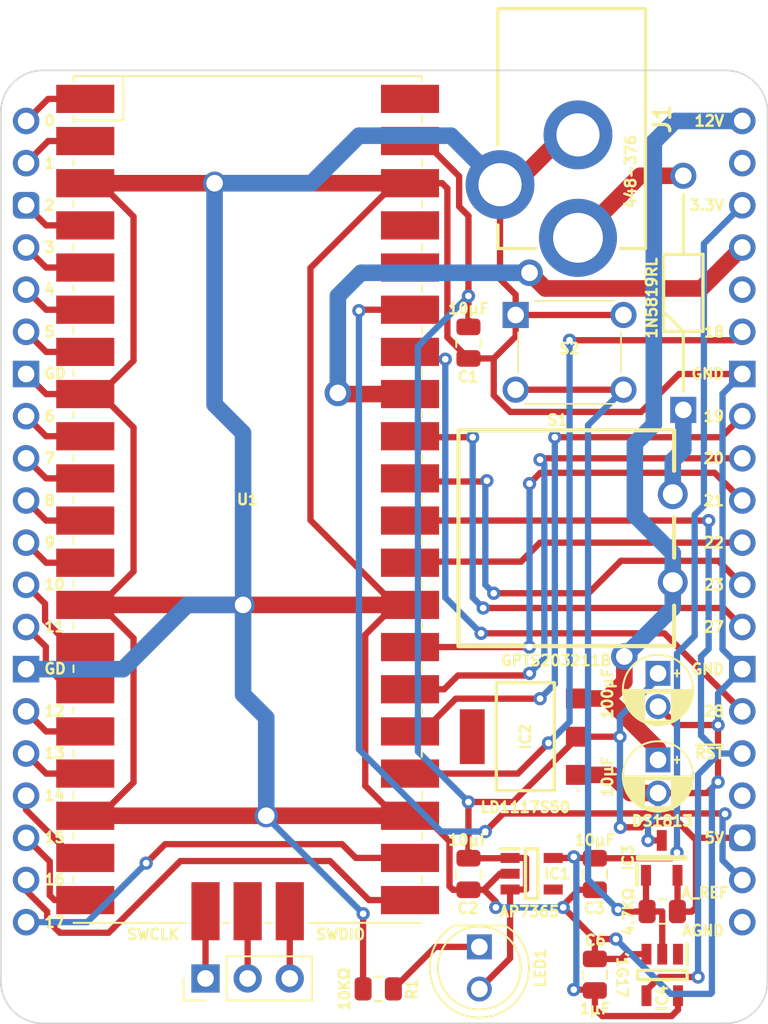
<source format=kicad_pcb>
(kicad_pcb (version 20240108) (generator "pcbnew") (generator_version "8.0")
  (title_block (title "GPIO 16bit") (date "2024-01-28") (rev "V0"))
  (layers (0 "F.Cu" signal) (31 "B.Cu" signal) (36 "B.SilkS" user "B.Silkscreen") (37 "F.SilkS" user "F.Silkscreen") (38 "B.Mask" user) (39 "F.Mask" user) (44 "Edge.Cuts" user))
  (net 0 "")
  (net 1 "/5V")
  (net 2 "/GND")
  (net 3 "/3.3V")
  (net 4 "/12V")
  (net 5 "/12V Forward")
  (net 6 "/GPIO0")
  (net 7 "/GPIO1")
  (net 8 "/GPIO2")
  (net 9 "/GPIO3")
  (net 12 "/~{Reset}")
  (net 14 "/GPIO6")
  (net 15 "/GPIO5")
  (net 16 "/GPIO4")
  (net 17 "/GPIO7")
  (net 18 "/Run")
  (net 19 "Net-(J4-Pin_1)")
  (net 20 "Net-(J4-Pin_2)")
  (net 21 "Net-(J4-Pin_3)")
  (net 22 "Net-(LED1-K)")
  (net 23 "/GPIO15")
  (net 24 "/GPIO14")
  (net 25 "/GPIO13")
  (net 26 "/GPIO12")
  (net 27 "/GPIO11")
  (net 28 "/GPIO10")
  (net 29 "/GPIO9")
  (net 30 "/GPIO8")
  (net 34 "/12V Source")
  (net 35 "/GPIO22")
  (net 36 "/GPIO16")
  (net 37 "/GPIO17")
  (net 38 "/GPIO18")
  (net 39 "/GPIO19")
  (net 40 "/GPIO20")
  (net 41 "/GPIO21")
  (net 42 "/GPIO26")
  (net 43 "/GPIO27")
  (net 44 "/A_GND")
  (net 45 "/GPIO28")
  (net 46 "/ADC_VREF")
  (footprint "SamacSys_Parts:C_0805" (layer "F.Cu") (at 26.670001 13.338 180)
    (property "Reference" "C1")
    (property "Value" "10μF")
  )
  (footprint "SamacSys_Parts:C_0805" (layer "F.Cu") (at 34.29 45.342001 180)
    (property "Reference" "C3")
    (property "Value" "10µF")
  )
  (footprint "SamacSys_Parts:SOT95P237X112-3N" (layer "F.Cu") (at 38.325001 44.385999 90)
    (property "Reference" "IC3")
    (property "Value" "DS1813R-10+T&R" (hide yes))
  )
  (footprint "SamacSys_Parts:C_0805" (layer "F.Cu") (at 34.29 51.438001)
    (property "Reference" "C6")
    (property "Value" "1μF")
  )
  (footprint "SamacSys_Parts:CP_Radial_D4.0mm_P2.00mm" (layer "F.Cu") (at 38.1 38.481 -90)
    (property "Reference" "C4" (hide yes))
    (property "Value" "10μF")
  )
  (footprint "SamacSys_Parts:RPi_Pico_SMD" (layer "F.Cu") (at 13.35679 22.799159)
    (property "Reference" "U1")
    (property "Value" "Pico")
  )
  (footprint "SamacSys_Parts:SOT95P285X130-5N" (layer "F.Cu") (at 30.48 45.342001)
    (property "Reference" "IC1")
    (property "Value" "AP7365-33WG-7" (hide yes))
  )
  (footprint "SamacSys_Parts:LD1117S33C" (layer "F.Cu") (at 30.099 37.087001 90)
    (property "Reference" "IC2")
    (property "Value" "LD1117S50C" (hide yes))
  )
  (footprint "SamacSys_Parts:DTS62NV" (layer "F.Cu") (at 29.516 11.686999)
    (property "Reference" "S2")
    (property "Value" "DTS-62N-V" (hide yes))
  )
  (footprint "SamacSys_Parts:C_0805" (layer "F.Cu") (at 26.67 45.342 180)
    (property "Reference" "C2")
    (property "Value" "10µF")
  )
  (footprint "SamacSys_Parts:DIOAD1414W86L464D238" (layer "F.Cu") (at 39.624 17.402 90)
    (property "Reference" "D1" (hide yes))
    (property "Value" "1N5819RL")
  )
  (footprint "SamacSys_Parts:SIP_20_Pins" (layer "F.Cu") (at 0 0)
    (property "Reference" "J2" (hide yes))
    (property "Value" "Conn_01x20" (hide yes))
  )
  (footprint "SamacSys_Parts:R_0805" (layer "F.Cu") (at 21.23079 52.28716 -90)
    (property "Reference" "R1")
    (property "Value" "10KΩ")
  )
  (footprint "SamacSys_Parts:GPTS203211B" (layer "F.Cu") (at 39.07 25.132)
    (property "Reference" "S1")
    (property "Value" "GPTS203211B" (hide yes))
  )
  (footprint "SamacSys_Parts:LED_D5.0mm" (layer "F.Cu") (at 27.32679 49.747159 -90)
    (property "Reference" "LED1")
    (property "Value" "LED_Small_Filled")
  )
  (footprint "SamacSys_Parts:SIP_20_Pins" (layer "F.Cu") (at 43.18 48.26 180)
    (property "Reference" "J3" (hide yes))
    (property "Value" "Conn_01x20" (hide yes))
  )
  (footprint "SamacSys_Parts:R_0805" (layer "F.Cu") (at 38.354001 47.628 -90)
    (property "Reference" "R2" (hide yes))
    (property "Value" "4.7KΩ")
  )
  (footprint "SamacSys_Parts:CP_Radial_D4.0mm_P2.00mm" (layer "F.Cu") (at 38.1 33.274 -90)
    (property "Reference" "C5" (hide yes))
    (property "Value" "100μF")
  )
  (footprint "SamacSys_Parts:448376" (layer "F.Cu") (at 33.274 -4.188 90)
    (property "Reference" "J1")
    (property "Value" "448-376")
  )
  (footprint "Connector_PinHeader_2.54mm:PinHeader_1x03_P2.54mm_Vertical" (layer "F.Cu") (at 10.81679 51.649161 90)
    (property "Reference" "J4" (hide yes))
    (property "Value" "Conn_01x03_Pin")
  )
  (footprint "SamacSys_Parts:SOT95P275X110-5N" (layer "F.Cu") (at 38.354001 51.438001 -90)
    (property "Reference" "IC4")
    (property "Value" "74LVC1G17GV,125" (hide yes))
  )
  (gr_arc (start -1.524 -0.508) (mid -0.780051 -2.304051) (end 1.016 -3.048) (stroke (width 0.1)) (layer "Edge.Cuts"))
  (gr_line (start -1.524 -0.508) (end -1.524 51.816) (stroke (width 0.1)) (layer "Edge.Cuts"))
  (gr_arc (start 1.016 54.356) (mid -0.780051 53.612051) (end -1.524 51.816) (stroke (width 0.1)) (layer "Edge.Cuts"))
  (gr_arc (start 44.704 51.816) (mid 43.960051 53.612051) (end 42.164 54.356) (stroke (width 0.1)) (layer "Edge.Cuts"))
  (gr_line (start 42.164 54.356) (end 1.016 54.356) (stroke (width 0.1)) (layer "Edge.Cuts"))
  (gr_line (start 42.164 -3.048) (end 1.016 -3.048) (stroke (width 0.1)) (layer "Edge.Cuts"))
  (gr_arc (start 42.164 -3.048) (mid 43.960022 -2.304022) (end 44.704 -0.508) (stroke (width 0.1)) (layer "Edge.Cuts"))
  (gr_line (start 44.704 -0.508) (end 44.704 51.816) (stroke (width 0.1)) (layer "Edge.Cuts"))
  (gr_text "16" (at 1.016 45.6946 0) (layer "F.SilkS") (effects (font (size 0.635 0.635) (thickness 0.15) (bold yes)) (justify left)))
  (gr_text "0" (at 1.016 0 0) (layer "F.SilkS") (effects (font (size 0.635 0.635) (thickness 0.15) (bold yes)) (justify left)))
  (gr_text "A_REF" (at 42.418 46.482 0) (layer "F.SilkS") (effects (font (size 0.635 0.635) (thickness 0.15) (bold yes)) (justify right)))
  (gr_text "GD" (at 1.016 15.2146 0) (layer "F.SilkS") (effects (font (size 0.635 0.635) (thickness 0.15) (bold yes)) (justify left)))
  (gr_text "~{RST}" (at 42.164 38.1 0) (layer "F.SilkS") (effects (font (size 0.635 0.635) (thickness 0.15) (bold yes)) (justify right)))
  (gr_text "3.3V" (at 42.164 5.08 0) (layer "F.SilkS") (effects (font (size 0.635 0.635) (thickness 0.15) (bold yes)) (justify right)))
  (gr_text "6" (at 1.016 17.78 0) (layer "F.SilkS") (effects (font (size 0.635 0.635) (thickness 0.15) (bold yes)) (justify left)))
  (gr_text "8" (at 1.016 22.86 0) (layer "F.SilkS") (effects (font (size 0.635 0.635) (thickness 0.15) (bold yes)) (justify left)))
  (gr_text "15" (at 1.016 43.1546 0) (layer "F.SilkS") (effects (font (size 0.635 0.635) (thickness 0.15) (bold yes)) (justify left)))
  (gr_text "11" (at 1.016 30.4546 0) (layer "F.SilkS") (effects (font (size 0.635 0.635) (thickness 0.15) (bold yes)) (justify left)))
  (gr_text "4" (at 1.016 10.16 0) (layer "F.SilkS") (effects (font (size 0.635 0.635) (thickness 0.15) (bold yes)) (justify left)))
  (gr_text "13" (at 1.016 38.0746 0) (layer "F.SilkS") (effects (font (size 0.635 0.635) (thickness 0.15) (bold yes)) (justify left)))
  (gr_text "22" (at 42.164 25.4 0) (layer "F.SilkS") (effects (font (size 0.635 0.635) (thickness 0.15) (bold yes)) (justify right)))
  (gr_text "GND" (at 42.164 15.24 0) (layer "F.SilkS") (effects (font (size 0.635 0.635) (thickness 0.15) (bold yes)) (justify right)))
  (gr_text "2" (at 1.016 5.08 0) (layer "F.SilkS") (effects (font (size 0.635 0.635) (thickness 0.15) (bold yes)) (justify left)))
  (gr_text "18" (at 42.1894 12.7 0) (layer "F.SilkS") (effects (font (size 0.635 0.635) (thickness 0.15) (bold yes)) (justify right)))
  (gr_text "AGND" (at 42.164 48.768 0) (layer "F.SilkS") (effects (font (size 0.635 0.635) (thickness 0.15) (bold yes)) (justify right)))
  (gr_text "28" (at 42.164 35.56 0) (layer "F.SilkS") (effects (font (size 0.635 0.635) (thickness 0.15) (bold yes)) (justify right)))
  (gr_text "27" (at 42.164 30.48 0) (layer "F.SilkS") (effects (font (size 0.635 0.635) (thickness 0.15) (bold yes)) (justify right)))
  (gr_text "19" (at 42.164 17.78 0) (layer "F.SilkS") (effects (font (size 0.635 0.635) (thickness 0.15) (bold yes)) (justify right)))
  (gr_text "12" (at 1.016 35.5346 0) (layer "F.SilkS") (effects (font (size 0.635 0.635) (thickness 0.15) (bold yes)) (justify left)))
  (gr_text "7" (at 1.016 20.32 0) (layer "F.SilkS") (effects (font (size 0.635 0.635) (thickness 0.15) (bold yes)) (justify left)))
  (gr_text "9" (at 1.016 25.4 0) (layer "F.SilkS") (effects (font (size 0.635 0.635) (thickness 0.15) (bold yes)) (justify left)))
  (gr_text "5V" (at 42.164 43.18 0) (layer "F.SilkS") (effects (font (size 0.635 0.635) (thickness 0.15) (bold yes)) (justify right)))
  (gr_text "12V" (at 42.164 0 0) (layer "F.SilkS") (effects (font (size 0.635 0.635) (thickness 0.15) (bold yes)) (justify right)))
  (gr_text "10" (at 1.016 27.9146 0) (layer "F.SilkS") (effects (font (size 0.635 0.635) (thickness 0.15) (bold yes)) (justify left)))
  (gr_text "1" (at 1.016 2.54 0) (layer "F.SilkS") (effects (font (size 0.635 0.635) (thickness 0.15) (bold yes)) (justify left)))
  (gr_text "14" (at 1.016 40.6146 0) (layer "F.SilkS") (effects (font (size 0.635 0.635) (thickness 0.15) (bold yes)) (justify left)))
  (gr_text "3" (at 1.016 7.62 0) (layer "F.SilkS") (effects (font (size 0.635 0.635) (thickness 0.15) (bold yes)) (justify left)))
  (gr_text "5" (at 1.016 12.7 0) (layer "F.SilkS") (effects (font (size 0.635 0.635) (thickness 0.15) (bold yes)) (justify left)))
  (gr_text "23" (at 42.164 27.94 0) (layer "F.SilkS") (effects (font (size 0.635 0.635) (thickness 0.15) (bold yes)) (justify right)))
  (gr_text "GND" (at 42.164 33.02 0) (layer "F.SilkS") (effects (font (size 0.635 0.635) (thickness 0.15) (bold yes)) (justify right)))
  (gr_text "17" (at 1.016 48.26 0) (layer "F.SilkS") (effects (font (size 0.635 0.635) (thickness 0.15) (bold yes)) (justify left)))
  (gr_text "GD" (at 1.016 32.9946 0) (layer "F.SilkS") (effects (font (size 0.635 0.635) (thickness 0.15) (bold yes)) (justify left)))
  (gr_text "21" (at 42.164 22.86 0) (layer "F.SilkS") (effects (font (size 0.635 0.635) (thickness 0.15) (bold yes)) (justify right)))
  (gr_text "20" (at 42.164 20.32 0) (layer "F.SilkS") (effects (font (size 0.635 0.635) (thickness 0.15) (bold yes)) (justify right)))
  (segment (start 37.084002 42.544998) (end 37.338 42.291) (width 0.38) (layer "F.Cu") (net 1))
  (segment (start 26.670001 10.668) (end 26.670001 10.541) (width 0.38) (layer "F.Cu") (net 1))
  (segment (start 35.828006 42.544998) (end 37.084002 42.544998) (width 0.38) (layer "F.Cu") (net 1))
  (segment (start 40.386 43.307) (end 40.386 47.371) (width 0.38) (layer "F.Cu") (net 1))
  (segment (start 40.259 43.18) (end 40.386 43.307) (width 0.38) (layer "F.Cu") (net 1))
  (segment (start 40.132 47.625) (end 40.386 47.371) (width 0.38) (layer "F.Cu") (net 1))
  (segment (start 39.37 42.291) (end 40.259 43.18) (width 0.38) (layer "F.Cu") (net 1))
  (segment (start 26.67 44.408) (end 29.164001 44.408) (width 0.38) (layer "F.Cu") (net 1))
  (segment (start 26.67 44.408) (end 26.67 41.020996) (width 0.38) (layer "F.Cu") (net 1))
  (segment (start 29.18 50.433949) (end 29.18 46.292001) (width 0.38) (layer "F.Cu") (net 1))
  (segment (start 23.98679 1.209159) (end 26.109 3.331369) (width 0.38) (layer "F.Cu") (net 1))
  (segment (start 39.275001 45.435999) (end 39.275001 47.6095) (width 0.38) (layer "F.Cu") (net 1))
  (segment (start 30.135 44.392001) (end 30.145 44.402001) (width 0.38) (layer "F.Cu") (net 1))
  (segment (start 27.32679 52.287159) (end 29.18 50.433949) (width 0.38) (layer "F.Cu") (net 1))
  (segment (start 26.109 5.154) (end 26.670001 5.715001) (width 0.38) (layer "F.Cu") (net 1))
  (segment (start 26.109 3.331369) (end 26.109 5.154) (width 0.38) (layer "F.Cu") (net 1))
  (segment (start 30.145 44.402001) (end 30.145 46.282001) (width 0.38) (layer "F.Cu") (net 1))
  (segment (start 29.18 44.392001) (end 30.135 44.392001) (width 0.38) (layer "F.Cu") (net 1))
  (segment (start 26.670001 5.715001) (end 26.670001 10.541) (width 0.38) (layer "F.Cu") (net 1))
  (segment (start 40.259 43.18) (end 43.18 43.18) (width 0.38) (layer "F.Cu") (net 1))
  (segment (start 26.670001 12.404) (end 26.670001 10.668) (width 0.38) (layer "F.Cu") (net 1))
  (segment (start 40.132 47.625) (end 39.273501 47.625) (width 0.38) (layer "F.Cu") (net 1))
  (segment (start 33.299 37.087001) (end 35.793357 37.087001) (width 0.38) (layer "F.Cu") (net 1))
  (segment (start 30.135 46.292001) (end 29.18 46.292001) (width 0.38) (layer "F.Cu") (net 1))
  (segment (start 35.793357 37.087001) (end 35.802178 37.095822) (width 0.38) (layer "F.Cu") (net 1))
  (segment (start 30.145 46.282001) (end 30.135 46.292001) (width 0.38) (layer "F.Cu") (net 1))
  (segment (start 33.299 37.087001) (end 29.365005 41.020996) (width 0.38) (layer "F.Cu") (net 1))
  (segment (start 37.338 42.291) (end 39.37 42.291) (width 0.38) (layer "F.Cu") (net 1))
  (segment (start 29.365005 41.020996) (end 26.67 41.020996) (width 0.38) (layer "F.Cu") (net 1))
  (via (at 26.67 41.020996) (size 0.8) (drill 0.4) (layers "F.Cu" "B.Cu") (net 1))
  (via (at 35.802178 37.095822) (size 0.8) (drill 0.4) (layers "F.Cu" "B.Cu") (net 1))
  (via (at 35.828006 42.544998) (size 0.8) (drill 0.4) (layers "F.Cu" "B.Cu") (net 1))
  (via (at 26.670001 10.541) (size 0.8) (drill 0.4) (layers "F.Cu" "B.Cu") (net 1))
  (segment (start 35.802178 42.51917) (end 35.828006 42.544998) (width 0.38) (layer "B.Cu") (net 1))
  (segment (start 26.670001 10.541) (end 23.622 13.589001) (width 0.38) (layer "B.Cu") (net 1))
  (segment (start 35.802178 35.872221) (end 35.802178 37.095822) (width 0.38) (layer "B.Cu") (net 1))
  (segment (start 35.802178 37.095822) (end 35.802178 42.51917) (width 0.38) (layer "B.Cu") (net 1))
  (segment (start 23.622 37.972996) (end 26.67 41.020996) (width 0.38) (layer "B.Cu") (net 1))
  (segment (start 38.1 33.574399) (end 35.802178 35.872221) (width 0.38) (layer "B.Cu") (net 1))
  (segment (start 23.622 13.589001) (end 23.622 37.972996) (width 0.38) (layer "B.Cu") (net 1))
  (segment (start 6.477 14.438949) (end 6.477 5.759369) (width 0.38) (layer "F.Cu") (net 2))
  (segment (start 37.404001 50.188001) (end 36.171999 50.188001) (width 0.38) (layer "F.Cu") (net 2))
  (segment (start 20.31829 47.75371) (end 20.32 47.752) (width 0.38) (layer "F.Cu") (net 2))
  (segment (start 29.18 45.342001) (end 28.571999 45.342001) (width 0.38) (layer "F.Cu") (net 2))
  (segment (start 22.24679 41.849159) (end 14.477954 41.849159) (width 1) (layer "F.Cu") (net 2))
  (segment (start 27.606 46.308) (end 26.67 46.308) (width 0.38) (layer "F.Cu") (net 2))
  (segment (start 28.194 14.304) (end 28.194 16.530236) (width 0.38) (layer "F.Cu") (net 2))
  (segment (start 29.516 11.686999) (end 29.516 10.467) (width 0.38) (layer "F.Cu") (net 2))
  (segment (start 34.29 46.308001) (end 33.320999 46.308001) (width 0.38) (layer "F.Cu") (net 2))
  (segment (start 20.447 40.049369) (end 20.447 30.948949) (width 0.38) (layer "F.Cu") (net 2))
  (segment (start 34.29 49.275996) (end 35.55999 49.275996) (width 0.38) (layer "F.Cu") (net 2))
  (segment (start 22.24679 29.149159) (end 17.145 24.047369) (width 0.38) (layer "F.Cu") (net 2))
  (segment (start 35.887999 50.472001) (end 34.29 50.472001) (width 0.38) (layer "F.Cu") (net 2))
  (segment (start 34.29 49.275996) (end 32.385 47.370996) (width 0.38) (layer "F.Cu") (net 2))
  (segment (start 41.7195 36.385506) (end 39.211506 36.385506) (width 0.38) (layer "F.Cu") (net 2))
  (segment (start 6.477 27.138949) (end 4.46679 29.149159) (width 0.38) (layer "F.Cu") (net 2))
  (segment (start 20.31829 52.27716) (end 20.31829 47.75371) (width 0.38) (layer "F.Cu") (net 2))
  (segment (start 36.417 40.481) (end 38.1 40.481) (width 1) (layer "F.Cu") (net 2))
  (segment (start 6.477 5.759369) (end 4.46679 3.749159) (width 0.38) (layer "F.Cu") (net 2))
  (segment (start 22.24679 41.849159) (end 20.447 40.049369) (width 0.38) (layer "F.Cu") (net 2))
  (segment (start 28.194 16.530236) (end 29.189764 17.526) (width 0.38) (layer "F.Cu") (net 2))
  (segment (start 22.24679 3.749159) (end 11.363839 3.749159) (width 1) (layer "F.Cu") (net 2))
  (segment (start 28.574 3.8388) (end 28.574 9.525) (width 0.38) (layer "F.Cu") (net 2))
  (segment (start 6.477 31.159369) (end 4.46679 29.149159) (width 0.38) (layer "F.Cu") (net 2))
  (segment (start 11.363839 3.749159) (end 11.363837 3.749161) (width 1) (layer "F.Cu") (net 2))
  (segment (start 41.7195 39.8145) (end 41.7195 36.385506) (width 0.38) (layer "F.Cu") (net 2))
  (segment (start 26.670001 14.304) (end 25.4 13.033999) (width 0.38) (layer "F.Cu") (net 2))
  (segment (start 27.606 46.308) (end 28.320992 47.022992) (width 0.38) (layer "F.Cu") (net 2))
  (segment (start 1.209159 16.449159) (end 4.46679 16.449159) (width 0.38) (layer "F.Cu") (net 2))
  (segment (start 17.145 24.047369) (end 17.145 8.850949) (width 0.38) (layer "F.Cu") (net 2))
  (segment (start 41.053 40.481) (end 41.7195 39.8145) (width 0.38) (layer "F.Cu") (net 2))
  (segment (start 6.477 39.838949) (end 6.477 31.159369) (width 0.38) (layer "F.Cu") (net 2))
  (segment (start 35.323001 39.387001) (end 36.417 40.481) (width 1) (layer "F.Cu") (net 2))
  (segment (start 37.084 17.526) (end 39.37 15.24) (width 0.38) (layer "F.Cu") (net 2))
  (segment (start 22.24679 29.149159) (end 13.081 29.149159) (width 1) (layer "F.Cu") (net 2))
  (segment (start 29.516 11.686999) (end 36.016 11.686999) (width 0.38) (layer "F.Cu") (net 2))
  (segment (start 28.194 14.304) (end 26.670001 14.304) (width 0.38) (layer "F.Cu") (net 2))
  (segment (start 4.46679 16.449159) (end 6.477 14.438949) (width 0.38) (layer "F.Cu") (net 2))
  (segment (start 33.320999 46.308001) (end 32.385 47.244) (width 0.38) (layer "F.Cu") (net 2))
  (segment (start 33.299 39.387001) (end 35.323001 39.387001) (width 1) (layer "F.Cu") (net 2))
  (segment (start 34.29 50.472001) (end 34.29 49.275996) (width 0.38) (layer "F.Cu") (net 2))
  (segment (start 4.527631 16.51) (end 6.477 18.459369) (width 0.38) (layer "F.Cu") (net 2))
  (segment (start 22.24679 3.749159) (end 25.085159 3.749159) (width 0.38) (layer "F.Cu") (net 2))
  (segment (start 38.1 40.481) (end 41.053 40.481) (width 0.38) (layer "F.Cu") (net 2))
  (segment (start 20.447 30.948949) (end 22.24679 29.149159) (width 0.38) (layer "F.Cu") (net 2))
  (segment (start 4.46679 41.849159) (end 6.477 39.838949) (width 0.38) (layer "F.Cu") (net 2))
  (segment (start 39.211506 36.385506) (end 38.1 35.274) (width 0.38) (layer "F.Cu") (net 2))
  (segment (start 29.516 10.467) (end 28.574 9.525) (width 0.38) (layer "F.Cu") (net 2))
  (segment (start 29.516 11.686999) (end 29.516 12.982) (width 0.38) (layer "F.Cu") (net 2))
  (segment (start 25.085159 3.749159) (end 25.4 4.064) (width 0.38) (layer "F.Cu") (net 2))
  (segment (start 28.571999 45.342001) (end 27.606 46.308) (width 0.38) (layer "F.Cu") (net 2))
  (segment (start 0 15.24) (end 1.209159 16.449159) (width 0.38) (layer "F.Cu") (net 2))
  (segment (start 36.171999 50.188001) (end 35.887999 50.472001) (width 0.38) (layer "F.Cu") (net 2))
  (segment (start 4.46679 3.749159) (end 11.363835 3.749159) (width 1) (layer "F.Cu") (net 2))
  (segment (start 4.46679 29.149159) (end 13.081 29.149159) (width 1) (layer "F.Cu") (net 2))
  (segment (start 38.325001 43.335999) (end 37.494009 43.335999) (width 0.38) (layer "F.Cu") (net 2))
  (segment (start 32.4352 0.8388) (end 29.4352 3.8388) (width 1) (layer "F.Cu") (net 2))
  (segment (start 4.46679 41.849159) (end 14.477954 41.849159) (width 1) (layer "F.Cu") (net 2))
  (segment (start 35.55999 49.275996) (end 35.559994 49.276) (width 0.38) (layer "F.Cu") (net 2))
  (segment (start 26.67 46.308) (end 25.734 46.308) (width 0.38) (layer "F.Cu") (net 2))
  (segment (start 25.527 43.389369) (end 23.98679 41.849159) (width 0.38) (layer "F.Cu") (net 2))
  (segment (start 17.145 8.850949) (end 22.24679 3.749159) (width 0.38) (layer "F.Cu") (net 2))
  (segment (start 25.734 46.308) (end 25.527 46.101) (width 0.38) (layer "F.Cu") (net 2))
  (segment (start 32.385 47.244) (end 32.385 47.370996) (width 0.38) (layer "F.Cu") (net 2))
  (segment (start 25.527 46.101) (end 25.527 43.389369) (width 0.38) (layer "F.Cu") (net 2))
  (segment (start 29.516 12.982) (end 28.194 14.304) (width 0.38) (layer "F.Cu") (net 2))
  (segment (start 28.320992 47.022992) (end 28.320992 47.370996) (width 0.38) (layer "F.Cu") (net 2))
  (segment (start 11.363835 3.749159) (end 11.363837 3.749161) (width 1) (layer "F.Cu") (net 2))
  (segment (start 6.477 18.459369) (end 6.477 27.138949) (width 0.38) (layer "F.Cu") (net 2))
  (segment (start 25.4 13.033999) (end 25.4 4.064) (width 0.38) (layer "F.Cu") (net 2))
  (segment (start 29.189764 17.526) (end 37.084 17.526) (width 0.38) (layer "F.Cu") (net 2))
  (segment (start 39.37 15.24) (end 43.18 15.24) (width 0.38) (layer "F.Cu") (net 2))
  (via (at 41.7195 39.8145) (size 0.8) (drill 0.4) (layers "F.Cu" "B.Cu") (net 2))
  (via (at 11.363837 3.749161) (size 1.4) (drill 1) (layers "F.Cu" "B.Cu") (net 2))
  (via (at 41.7195 36.385506) (size 0.8) (drill 0.4) (layers "F.Cu" "B.Cu") (net 2))
  (via (at 28.320992 47.370996) (size 0.8) (drill 0.4) (layers "F.Cu" "B.Cu") (net 2))
  (via (at 32.385 47.370996) (size 0.8) (drill 0.4) (layers "F.Cu" "B.Cu") (net 2))
  (via (at 35.559994 49.276) (size 0.8) (drill 0.4) (layers "F.Cu" "B.Cu") (net 2))
  (via (at 14.477954 41.849159) (size 1.4) (drill 1) (layers "F.Cu" "B.Cu") (net 2))
  (via (at 20.32 47.752) (size 0.8) (drill 0.4) (layers "F.Cu" "B.Cu") (net 2))
  (via (at 13.081 29.149159) (size 1.4) (drill 1) (layers "F.Cu" "B.Cu") (net 2))
  (via (at 37.494009 43.335999) (size 0.8) (drill 0.4) (layers "F.Cu" "B.Cu") (net 2))
  (segment (start 13.081 29.149159) (end 13.081 34.544046) (width 1) (layer "B.Cu") (net 2))
  (segment (start 41.347 52.506) (end 41.275 52.578) (width 0.38) (layer "B.Cu") (net 2))
  (segment (start 41.7195 34.4805) (end 41.7195 36.385506) (width 0.38) (layer "B.Cu") (net 2))
  (segment (start 5.842 33.02) (end 9.712841 29.149159) (width 1) (layer "B.Cu") (net 2))
  (segment (start 41.7195 39.8145) (end 41.347 40.187) (width 0.38) (layer "B.Cu") (net 2))
  (segment (start 37.494009 42.388991) (end 37.494009 43.335999) (width 0.38) (layer "B.Cu") (net 2))
  (segment (start 13.081 34.544046) (end 14.477954 35.941) (width 1) (layer "B.Cu") (net 2))
  (segment (start 14.477954 35.941) (end 14.477954 41.849159) (width 1) (layer "B.Cu") (net 2))
  (segment (start 43.18 33.02) (end 41.7195 34.4805) (width 0.38) (layer "B.Cu") (net 2))
  (segment (start 20.066 0.889) (end 17.205839 3.749161) (width 1) (layer "B.Cu") (net 2))
  (segment (start 28.574 3.8388) (end 25.6242 0.889) (width 1) (layer "B.Cu") (net 2))
  (segment (start 20.32 47.752) (end 14.477954 41.909954) (width 0.38) (layer "B.Cu") (net 2))
  (segment (start 41.99 16.43) (end 43.18 15.24) (width 0.38) (layer "B.Cu") (net 2))
  (segment (start 17.205839 3.749161) (end 11.363837 3.749161) (width 1) (layer "B.Cu") (net 2))
  (segment (start 38.861994 52.578) (end 35.559994 49.276) (width 0.38) (layer "B.Cu") (net 2))
  (segment (start 38.1 41.783) (end 37.494009 42.388991) (width 0.38) (layer "B.Cu") (net 2))
  (segment (start 11.363837 17.078837) (end 11.363837 3.749161) (width 1) (layer "B.Cu") (net 2))
  (segment (start 41.99 31.83) (end 41.99 16.43) (width 0.38) (layer "B.Cu") (net 2))
  (segment (start 9.712841 29.149159) (end 13.081 29.149159) (width 1) (layer "B.Cu") (net 2))
  (segment (start 38.1 40.481) (end 38.1 41.783) (width 0.38) (layer "B.Cu") (net 2))
  (segment (start 14.477954 41.909954) (end 14.477954 41.849159) (width 0.38) (layer "B.Cu") (net 2))
  (segment (start 0 33.02) (end 5.842 33.02) (width 1) (layer "B.Cu") (net 2))
  (segment (start 28.320992 47.370996) (end 32.385 47.370996) (width 0.38) (layer "B.Cu") (net 2))
  (segment (start 13.081 29.149159) (end 13.081 18.796) (width 1) (layer "B.Cu") (net 2))
  (segment (start 25.6242 0.889) (end 20.066 0.889) (width 1) (layer "B.Cu") (net 2))
  (segment (start 41.275 52.578) (end 38.861994 52.578) (width 0.38) (layer "B.Cu") (net 2))
  (segment (start 43.18 33.02) (end 41.99 31.83) (width 0.38) (layer "B.Cu") (net 2))
  (segment (start 41.347 40.187) (end 41.347 52.506) (width 0.38) (layer "B.Cu") (net 2))
  (segment (start 13.081 18.796) (end 11.363837 17.078837) (width 1) (layer "B.Cu") (net 2))
  (segment (start 31.78 44.392001) (end 32.950999 44.392001) (width 0.38) (layer "F.Cu") (net 3))
  (segment (start 32.950999 44.392001) (end 33.02 44.323) (width 0.38) (layer "F.Cu") (net 3))
  (segment (start 39.304001 53.532999) (end 38.921 53.916) (width 0.38) (layer "F.Cu") (net 3))
  (segment (start 34.29 53.467) (end 34.29 52.372001) (width 0.38) (layer "F.Cu") (net 3))
  (segment (start 33.02 52.324) (end 34.241999 52.324) (width 0.38) (layer "F.Cu") (net 3))
  (segment (start 38.904001 44.408001) (end 39.243001 44.069001) (width 0.38) (layer "F.Cu") (net 3))
  (segment (start 33.089001 44.392001) (end 34.274 44.392001) (width 0.38) (layer "F.Cu") (net 3))
  (segment (start 38.921 53.916) (end 34.739 53.916) (width 0.38) (layer "F.Cu") (net 3))
  (segment (start 33.02 44.323) (end 33.089001 44.392001) (width 0.38) (layer "F.Cu") (net 3))
  (segment (start 34.739 53.916) (end 34.29 53.467) (width 0.38) (layer "F.Cu") (net 3))
  (segment (start 34.29 44.408001) (end 38.904001 44.408001) (width 0.38) (layer "F.Cu") (net 3))
  (segment (start 39.304001 52.688001) (end 39.304001 53.532999) (width 0.38) (layer "F.Cu") (net 3))
  (via (at 33.02 52.324) (size 0.8) (drill 0.4) (layers "F.Cu" "B.Cu") (net 3))
  (via (at 33.02 44.323) (size 0.8) (drill 0.4) (layers "F.Cu" "B.Cu") (net 3))
  (via (at 39.243001 44.069001) (size 0.8) (drill 0.4) (layers "F.Cu" "B.Cu") (net 3))
  (segment (start 33.175 44.478) (end 33.175 52.169) (width 0.38) (layer "B.Cu") (net 3))
  (segment (start 33.175 52.169) (end 33.02 52.324) (width 0.38) (layer "B.Cu") (net 3))
  (segment (start 33.02 44.323) (end 33.175 44.478) (width 0.38) (layer "B.Cu") (net 3))
  (segment (start 40.866 7.394) (end 40.866 23.163219) (width 0.38) (layer "B.Cu") (net 3))
  (segment (start 40.866 23.163219) (end 40.308 23.721219) (width 0.38) (layer "B.Cu") (net 3))
  (segment (start 43.18 5.08) (end 40.866 7.394) (width 0.38) (layer "B.Cu") (net 3))
  (segment (start 40.308 31.014427) (end 39.243001 32.079426) (width 0.38) (layer "B.Cu") (net 3))
  (segment (start 40.308 23.721219) (end 40.308 31.014427) (width 0.38) (layer "B.Cu") (net 3))
  (segment (start 39.243001 32.079426) (end 39.243001 44.069001) (width 0.38) (layer "B.Cu") (net 3))
  (segment (start 38.1 38.481) (end 38.1 37.838001) (width 1) (layer "F.Cu") (net 4))
  (segment (start 35.049 34.787001) (end 33.299 34.787001) (width 1) (layer "F.Cu") (net 4))
  (segment (start 38.1 37.838001) (end 35.049 34.787001) (width 1) (layer "F.Cu") (net 4))
  (segment (start 35.049 34.787001) (end 36.068 33.768001) (width 1) (layer "F.Cu") (net 4))
  (segment (start 36.068 33.768001) (end 36.068 32.258) (width 1) (layer "F.Cu") (net 4))
  (via (at 36.068 32.258) (size 1.6) (drill 1) (layers "F.Cu" "B.Cu") (net 4))
  (segment (start 38.989 29.337) (end 36.068 32.258) (width 1) (layer "B.Cu") (net 4))
  (segment (start 37.846 18.288) (end 36.703 19.431) (width 1) (layer "B.Cu") (net 4))
  (segment (start 38.989 27.782) (end 38.989 29.337) (width 1) (layer "B.Cu") (net 4))
  (segment (start 43.18 0) (end 39.116 0) (width 1) (layer "B.Cu") (net 4))
  (segment (start 39.116 0) (end 37.846 1.27) (width 1) (layer "B.Cu") (net 4))
  (segment (start 38.989 26.035) (end 36.703 23.749) (width 1) (layer "B.Cu") (net 4))
  (segment (start 36.703 19.431) (end 36.703 23.749) (width 1) (layer "B.Cu") (net 4))
  (segment (start 37.846 1.27) (end 37.846 18.288) (width 1) (layer "B.Cu") (net 4))
  (segment (start 38.989 27.782) (end 38.989 26.035) (width 1) (layer "B.Cu") (net 4))
  (segment (start 38.989 20.447) (end 39.624 19.812) (width 1) (layer "B.Cu") (net 5))
  (segment (start 38.989 22.482) (end 38.989 20.447) (width 1) (layer "B.Cu") (net 5))
  (segment (start 39.624 19.812) (end 39.624 17.402) (width 1) (layer "B.Cu") (net 5))
  (segment (start 4.46679 -1.330841) (end 1.330841 -1.330841) (width 0.38) (layer "F.Cu") (net 6))
  (segment (start 1.330841 -1.330841) (end 0 0) (width 0.38) (layer "F.Cu") (net 6))
  (segment (start 4.46679 1.209159) (end 1.330841 1.209159) (width 0.38) (layer "F.Cu") (net 7))
  (segment (start 1.330841 1.209159) (end 0 2.54) (width 0.38) (layer "F.Cu") (net 7))
  (segment (start 1.209159 6.289159) (end 0 5.08) (width 0.38) (layer "F.Cu") (net 8))
  (segment (start 4.46679 6.289159) (end 1.209159 6.289159) (width 0.38) (layer "F.Cu") (net 8))
  (segment (start 1.209159 8.829159) (end 0 7.62) (width 0.38) (layer "F.Cu") (net 9))
  (segment (start 4.46679 8.829159) (end 1.209159 8.829159) (width 0.38) (layer "F.Cu") (net 9))
  (segment (start 37.375001 45.435999) (end 37.375001 47.5515) (width 0.38) (layer "F.Cu") (net 12))
  (segment (start 29.516 16.186999) (end 36.016 16.186999) (width 0.38) (layer "F.Cu") (net 12))
  (segment (start 37.441501 47.618) (end 35.807 47.618) (width 0.38) (layer "F.Cu") (net 12))
  (segment (start 38.347 47.618) (end 38.354001 47.625001) (width 0.38) (layer "F.Cu") (net 12))
  (segment (start 37.441501 47.618) (end 38.347 47.618) (width 0.38) (layer "F.Cu") (net 12))
  (segment (start 38.354001 47.625001) (end 38.354001 50.188001) (width 0.38) (layer "F.Cu") (net 12))
  (segment (start 35.807 47.618) (end 35.687 47.498) (width 0.38) (layer "F.Cu") (net 12))
  (via (at 35.687 47.498) (size 0.8) (drill 0.4) (layers "F.Cu" "B.Cu") (net 12))
  (segment (start 35.687 47.498) (end 33.881 45.692) (width 0.38) (layer "B.Cu") (net 12))
  (segment (start 33.881 18.321999) (end 36.016 16.186999) (width 0.38) (layer "B.Cu") (net 12))
  (segment (start 33.881 45.692) (end 33.881 18.321999) (width 0.38) (layer "B.Cu") (net 12))
  (segment (start 1.209159 18.989159) (end 0 17.78) (width 0.38) (layer "F.Cu") (net 14))
  (segment (start 4.46679 18.989159) (end 1.209159 18.989159) (width 0.38) (layer "F.Cu") (net 14))
  (segment (start 1.209159 13.909159) (end 0 12.7) (width 0.38) (layer "F.Cu") (net 15))
  (segment (start 4.46679 13.909159) (end 1.209159 13.909159) (width 0.38) (layer "F.Cu") (net 15))
  (segment (start 4.46679 11.369159) (end 1.209159 11.369159) (width 0.38) (layer "F.Cu") (net 16))
  (segment (start 1.209159 11.369159) (end 0 10.16) (width 0.38) (layer "F.Cu") (net 16))
  (segment (start 1.209159 21.529159) (end 0 20.32) (width 0.38) (layer "F.Cu") (net 17))
  (segment (start 4.46679 21.529159) (end 1.209159 21.529159) (width 0.38) (layer "F.Cu") (net 17))
  (segment (start 38.205002 51.562) (end 40.512994 51.562) (width 0.38) (layer "F.Cu") (net 18))
  (segment (start 37.404001 52.363001) (end 38.205002 51.562) (width 0.38) (layer "F.Cu") (net 18))
  (segment (start 22.24679 24.069159) (end 41.15 24.069159) (width 0.38) (layer "F.Cu") (net 18))
  (via (at 40.512994 51.562) (size 0.8) (drill 0.4) (layers "F.Cu" "B.Cu") (net 18))
  (via (at 41.15 24.069159) (size 0.8) (drill 0.4) (layers "F.Cu" "B.Cu") (net 18))
  (segment (start 40.689 37.006) (end 40.689 32.258) (width 0.38) (layer "B.Cu") (net 18))
  (segment (start 41.783 38.1) (end 40.512994 39.370006) (width 0.38) (layer "B.Cu") (net 18))
  (segment (start 41.783 38.1) (end 40.689 37.006) (width 0.38) (layer "B.Cu") (net 18))
  (segment (start 40.689 32.258) (end 41.15 31.797) (width 0.38) (layer "B.Cu") (net 18))
  (segment (start 41.15 31.797) (end 41.15 24.069159) (width 0.38) (layer "B.Cu") (net 18))
  (segment (start 40.512994 39.370006) (end 40.512994 51.562) (width 0.38) (layer "B.Cu") (net 18))
  (segment (start 41.783 38.1) (end 43.18 38.1) (width 0.38) (layer "B.Cu") (net 18))
  (segment (start 10.81679 46.699159) (end 10.81679 51.649161) (width 0.38) (layer "F.Cu") (net 19))
  (segment (start 13.35679 46.699159) (end 13.35679 51.649161) (width 0.38) (layer "F.Cu") (net 20))
  (segment (start 15.89679 46.699159) (end 15.89679 51.649161) (width 0.38) (layer "F.Cu") (net 21))
  (segment (start 22.14329 52.27716) (end 24.673291 49.747159) (width 0.38) (layer "F.Cu") (net 22))
  (segment (start 24.673291 49.747159) (end 27.32679 49.747159) (width 0.38) (layer "F.Cu") (net 22))
  (segment (start 1.713974 46.929159) (end 1.42679 46.641975) (width 0.38) (layer "F.Cu") (net 23))
  (segment (start 1.42679 44.60679) (end 0 43.18) (width 0.38) (layer "F.Cu") (net 23))
  (segment (start 2.72679 46.929159) (end 1.713974 46.929159) (width 0.38) (layer "F.Cu") (net 23))
  (segment (start 1.42679 46.641975) (end 1.42679 44.60679) (width 0.38) (layer "F.Cu") (net 23))
  (segment (start 2.892074 44.389159) (end 0 41.497085) (width 0.38) (layer "F.Cu") (net 24))
  (segment (start 0 41.497085) (end 0 40.64) (width 0.38) (layer "F.Cu") (net 24))
  (segment (start 1.209159 39.309159) (end 0 38.1) (width 0.38) (layer "F.Cu") (net 25))
  (segment (start 4.46679 39.309159) (end 1.209159 39.309159) (width 0.38) (layer "F.Cu") (net 25))
  (segment (start 1.209159 36.769159) (end 0 35.56) (width 0.38) (layer "F.Cu") (net 26))
  (segment (start 4.46679 36.769159) (end 1.209159 36.769159) (width 0.38) (layer "F.Cu") (net 26))
  (segment (start 1.19 32.813) (end 1.19 31.67) (width 0.38) (layer "F.Cu") (net 27))
  (segment (start 2.606159 34.229159) (end 1.19 32.813) (width 0.38) (layer "F.Cu") (net 27))
  (segment (start 1.19 31.67) (end 0 30.48) (width 0.38) (layer "F.Cu") (net 27))
  (segment (start 2.72679 31.689159) (end 1.143 30.105369) (width 0.38) (layer "F.Cu") (net 28))
  (segment (start 1.143 29.083) (end 0 27.94) (width 0.38) (layer "F.Cu") (net 28))
  (segment (start 1.143 30.105369) (end 1.143 29.083) (width 0.38) (layer "F.Cu") (net 28))
  (segment (start 1.209159 26.609159) (end 0 25.4) (width 0.38) (layer "F.Cu") (net 29))
  (segment (start 4.46679 26.609159) (end 1.209159 26.609159) (width 0.38) (layer "F.Cu") (net 29))
  (segment (start 1.209159 24.069159) (end 0 22.86) (width 0.38) (layer "F.Cu") (net 30))
  (segment (start 4.46679 24.069159) (end 1.209159 24.069159) (width 0.38) (layer "F.Cu") (net 30))
  (segment (start 33.274 7.0388) (end 37.0108 3.302) (width 1) (layer "F.Cu") (net 34))
  (segment (start 37.0108 3.302) (end 39.624 3.302) (width 1) (layer "F.Cu") (net 34))
  (segment (start 29.845 26.543) (end 22.312949 26.543) (width 0.38) (layer "F.Cu") (net 35))
  (segment (start 43.18 25.4) (end 30.988 25.4) (width 0.38) (layer "F.Cu") (net 35))
  (segment (start 30.988 25.4) (end 29.845 26.543) (width 0.38) (layer "F.Cu") (net 35))
  (segment (start 18.322378 44.577) (end 20.674537 46.929159) (width 0.38) (layer "F.Cu") (net 36))
  (segment (start 4.980949 48.895) (end 9.298949 44.577) (width 0.38) (layer "F.Cu") (net 36))
  (segment (start 9.298949 44.577) (end 18.322378 44.577) (width 0.38) (layer "F.Cu") (net 36))
  (segment (start 0 46.355) (end 1.27 47.625) (width 0.38) (layer "F.Cu") (net 36))
  (segment (start 20.674537 46.929159) (end 22.24679 46.929159) (width 0.38) (layer "F.Cu") (net 36))
  (segment (start 2.032 48.895) (end 4.980949 48.895) (width 0.38) (layer "F.Cu") (net 36))
  (segment (start 0 45.72) (end 0 46.355) (width 0.38) (layer "F.Cu") (net 36))
  (segment (start 1.27 47.625) (end 1.27 48.133) (width 0.38) (layer "F.Cu") (net 36))
  (segment (start 1.27 48.133) (end 2.032 48.895) (width 0.38) (layer "F.Cu") (net 36))
  (segment (start 22.24679 44.389159) (end 19.878159 44.389159) (width 0.38) (layer "F.Cu") (net 37))
  (segment (start 8.382 43.561) (end 7.239 44.704) (width 0.38) (layer "F.Cu") (net 37))
  (segment (start 19.05 43.561) (end 8.382 43.561) (width 0.38) (layer "F.Cu") (net 37))
  (segment (start 19.878159 44.389159) (end 19.05 43.561) (width 0.38) (layer "F.Cu") (net 37))
  (via (at 7.239 44.704) (size 0.8) (drill 0.4) (layers "F.Cu" "B.Cu") (net 37))
  (segment (start 0 48.26) (end 3.683 48.26) (width 0.38) (layer "B.Cu") (net 37))
  (segment (start 3.683 48.26) (end 7.239 44.704) (width 0.38) (layer "B.Cu") (net 37))
  (segment (start 43.18 12.7) (end 42.672 13.208) (width 0.38) (layer "F.Cu") (net 38))
  (segment (start 29.651841 39.309159) (end 31.496 37.465) (width 0.38) (layer "F.Cu") (net 38))
  (segment (start 22.24679 39.309159) (end 29.651841 39.309159) (width 0.38) (layer "F.Cu") (net 38))
  (segment (start 42.672 13.208) (end 32.766 13.208) (width 0.38) (layer "F.Cu") (net 38))
  (via (at 31.496 37.465) (size 0.8) (drill 0.4) (layers "F.Cu" "B.Cu") (net 38))
  (via (at 32.766 13.208) (size 0.8) (drill 0.4) (layers "F.Cu" "B.Cu") (net 38))
  (segment (start 32.766 36.195) (end 31.496 37.465) (width 0.38) (layer "B.Cu") (net 38))
  (segment (start 32.766 13.208) (end 32.766 36.195) (width 0.38) (layer "B.Cu") (net 38))
  (segment (start 25.908 34.798) (end 30.988 34.798) (width 0.38) (layer "F.Cu") (net 39))
  (segment (start 23.936841 36.769159) (end 25.908 34.798) (width 0.38) (layer "F.Cu") (net 39))
  (segment (start 43.18 17.78) (end 41.91 19.05) (width 0.38) (layer "F.Cu") (net 39))
  (segment (start 41.91 19.05) (end 31.877 19.05) (width 0.38) (layer "F.Cu") (net 39))
  (via (at 31.877 19.05) (size 0.8) (drill 0.4) (layers "F.Cu" "B.Cu") (net 39))
  (via (at 30.988 34.798) (size 0.8) (drill 0.4) (layers "F.Cu" "B.Cu") (net 39))
  (segment (start 31.877 19.05) (end 31.877 33.909) (width 0.38) (layer "B.Cu") (net 39))
  (segment (start 31.877 33.909) (end 30.988 34.798) (width 0.38) (layer "B.Cu") (net 39))
  (segment (start 31.068728 20.32) (end 30.986512 20.402216) (width 0.38) (layer "F.Cu") (net 40))
  (segment (start 30.226 33.401) (end 30.353 33.274) (width 0.38) (layer "F.Cu") (net 40))
  (segment (start 43.18 20.32) (end 31.068728 20.32) (width 0.38) (layer "F.Cu") (net 40))
  (segment (start 26.035 33.401) (end 30.226 33.401) (width 0.38) (layer "F.Cu") (net 40))
  (segment (start 25.206841 34.229159) (end 26.035 33.401) (width 0.38) (layer "F.Cu") (net 40))
  (segment (start 22.24679 34.229159) (end 25.206841 34.229159) (width 0.38) (layer "F.Cu") (net 40))
  (via (at 30.986512 20.402216) (size 0.8) (drill 0.4) (layers "F.Cu" "B.Cu") (net 40))
  (via (at 30.353 33.274) (size 0.8) (drill 0.4) (layers "F.Cu" "B.Cu") (net 40))
  (segment (start 31.247615 32.379385) (end 31.247615 20.663319) (width 0.38) (layer "B.Cu") (net 40))
  (segment (start 31.247615 20.663319) (end 30.986512 20.402216) (width 0.38) (layer "B.Cu") (net 40))
  (segment (start 30.353 33.274) (end 31.247615 32.379385) (width 0.38) (layer "B.Cu") (net 40))
  (segment (start 30.341159 31.689159) (end 30.341163 31.689163) (width 0.38) (layer "F.Cu") (net 41))
  (segment (start 41.512 21.192) (end 31.00499 21.192) (width 0.38) (layer "F.Cu") (net 41))
  (segment (start 22.24679 31.689159) (end 30.341159 31.689159) (width 0.38) (layer "F.Cu") (net 41))
  (segment (start 31.00499 21.192) (end 30.35299 21.844) (width 0.38) (layer "F.Cu") (net 41))
  (segment (start 43.18 22.86) (end 41.512 21.192) (width 0.38) (layer "F.Cu") (net 41))
  (via (at 30.341163 31.689163) (size 0.8) (drill 0.4) (layers "F.Cu" "B.Cu") (net 41))
  (via (at 30.35299 21.844) (size 0.8) (drill 0.4) (layers "F.Cu" "B.Cu") (net 41))
  (segment (start 30.35299 31.677336) (end 30.341163 31.689163) (width 0.38) (layer "B.Cu") (net 41))
  (segment (start 30.35299 21.844) (end 30.35299 31.677336) (width 0.38) (layer "B.Cu") (net 41))
  (segment (start 33.909 28.448) (end 28.194 28.448) (width 0.38) (layer "F.Cu") (net 42))
  (segment (start 22.434631 21.717) (end 27.734034 21.717) (width 0.38) (layer "F.Cu") (net 42))
  (segment (start 35.865 26.492) (end 33.909 28.448) (width 0.38) (layer "F.Cu") (net 42))
  (segment (start 43.18 27.94) (end 41.732 26.492) (width 0.38) (layer "F.Cu") (net 42))
  (segment (start 27.734034 21.717) (end 27.781301 21.669733) (width 0.38) (layer "F.Cu") (net 42))
  (segment (start 41.732 26.492) (end 35.865 26.492) (width 0.38) (layer "F.Cu") (net 42))
  (via (at 27.781301 21.669733) (size 0.8) (drill 0.4) (layers "F.Cu" "B.Cu") (net 42))
  (via (at 28.194 28.448) (size 0.8) (drill 0.4) (layers "F.Cu" "B.Cu") (net 42))
  (segment (start 27.686 21.765034) (end 27.781301 21.669733) (width 0.38) (layer "B.Cu") (net 42))
  (segment (start 27.686 27.94) (end 27.686 21.765034) (width 0.38) (layer "B.Cu") (net 42))
  (segment (start 28.194 28.448) (end 27.686 27.94) (width 0.38) (layer "B.Cu") (net 42))
  (segment (start 26.924 19.05) (end 22.307631 19.05) (width 0.38) (layer "F.Cu") (net 43))
  (segment (start 42.037 29.337) (end 27.559 29.337) (width 0.38) (layer "F.Cu") (net 43))
  (segment (start 43.18 30.48) (end 42.037 29.337) (width 0.38) (layer "F.Cu") (net 43))
  (via (at 27.559 29.337) (size 0.8) (drill 0.4) (layers "F.Cu" "B.Cu") (net 43))
  (via (at 26.924 19.05) (size 0.8) (drill 0.4) (layers "F.Cu" "B.Cu") (net 43))
  (segment (start 26.924 19.05) (end 26.924 28.702) (width 0.38) (layer "B.Cu") (net 43))
  (segment (start 26.924 28.702) (end 27.559 29.337) (width 0.38) (layer "B.Cu") (net 43))
  (segment (start 18.862159 16.449159) (end 18.796 16.383) (width 1) (layer "F.Cu") (net 44))
  (segment (start 31.2978 10.0888) (end 30.353 9.144) (width 1) (layer "F.Cu") (net 44))
  (segment (start 22.24679 16.449159) (end 18.862159 16.449159) (width 1) (layer "F.Cu") (net 44))
  (segment (start 40.7112 10.0888) (end 31.2978 10.0888) (width 1) (layer "F.Cu") (net 44))
  (segment (start 43.18 7.62) (end 40.7112 10.0888) (width 1) (layer "F.Cu") (net 44))
  (via (at 18.796 16.383) (size 1.6) (drill 1) (layers "F.Cu" "B.Cu") (net 44))
  (via (at 30.353 9.144) (size 1.6) (drill 1) (layers "F.Cu" "B.Cu") (net 44))
  (segment (start 20.193 9.144) (end 30.353 9.144) (width 1) (layer "B.Cu") (net 44))
  (segment (start 18.796 16.383) (end 18.796 10.541) (width 1) (layer "B.Cu") (net 44))
  (segment (start 18.796 10.541) (end 20.193 9.144) (width 1) (layer "B.Cu") (net 44))
  (segment (start 22.688641 14.35101) (end 25.273 14.35101) (width 0.38) (layer "F.Cu") (net 45))
  (segment (start 38.481 30.861) (end 27.432 30.861) (width 0.38) (layer "F.Cu") (net 45))
  (segment (start 43.18 35.56) (end 38.481 30.861) (width 0.38) (layer "F.Cu") (net 45))
  (via (at 27.432 30.861) (size 0.8) (drill 0.4) (layers "F.Cu" "B.Cu") (net 45))
  (via (at 25.273 14.35101) (size 0.8) (drill 0.4) (layers "F.Cu" "B.Cu") (net 45))
  (segment (start 25.273 28.702) (end 27.432 30.861) (width 0.38) (layer "B.Cu") (net 45))
  (segment (start 25.273 14.35101) (end 25.273 28.702) (width 0.38) (layer "B.Cu") (net 45))
  (segment (start 42.107004 41.711) (end 42.137 41.740996) (width 0.38) (layer "F.Cu") (net 46))
  (segment (start 20.126841 11.369159) (end 20.066 11.43) (width 0.38) (layer "F.Cu") (net 46))
  (segment (start 22.24679 11.369159) (end 20.126841 11.369159) (width 0.38) (layer "F.Cu") (net 46))
  (segment (start 28.774 41.711) (end 42.107004 41.711) (width 0.38) (layer "F.Cu") (net 46))
  (segment (start 27.686 42.799) (end 28.774 41.711) (width 0.38) (layer "F.Cu") (net 46))
  (via (at 20.066 11.43) (size 0.8) (drill 0.4) (layers "F.Cu" "B.Cu") (net 46))
  (via (at 42.137 41.740996) (size 0.8) (drill 0.4) (layers "F.Cu" "B.Cu") (net 46))
  (via (at 27.686 42.799) (size 0.8) (drill 0.4) (layers "F.Cu" "B.Cu") (net 46))
  (segment (start 20.066 37.846) (end 25.019 42.799) (width 0.38) (layer "B.Cu") (net 46))
  (segment (start 41.99 41.887996) (end 42.137 41.740996) (width 0.38) (layer "B.Cu") (net 46))
  (segment (start 41.99 44.53) (end 41.99 41.887996) (width 0.38) (layer "B.Cu") (net 46))
  (segment (start 43.18 45.72) (end 41.99 44.53) (width 0.38) (layer "B.Cu") (net 46))
  (segment (start 25.019 42.799) (end 27.686 42.799) (width 0.38) (layer "B.Cu") (net 46))
  (segment (start 20.066 11.43) (end 20.066 37.846) (width 0.38) (layer "B.Cu") (net 46))
)
</source>
